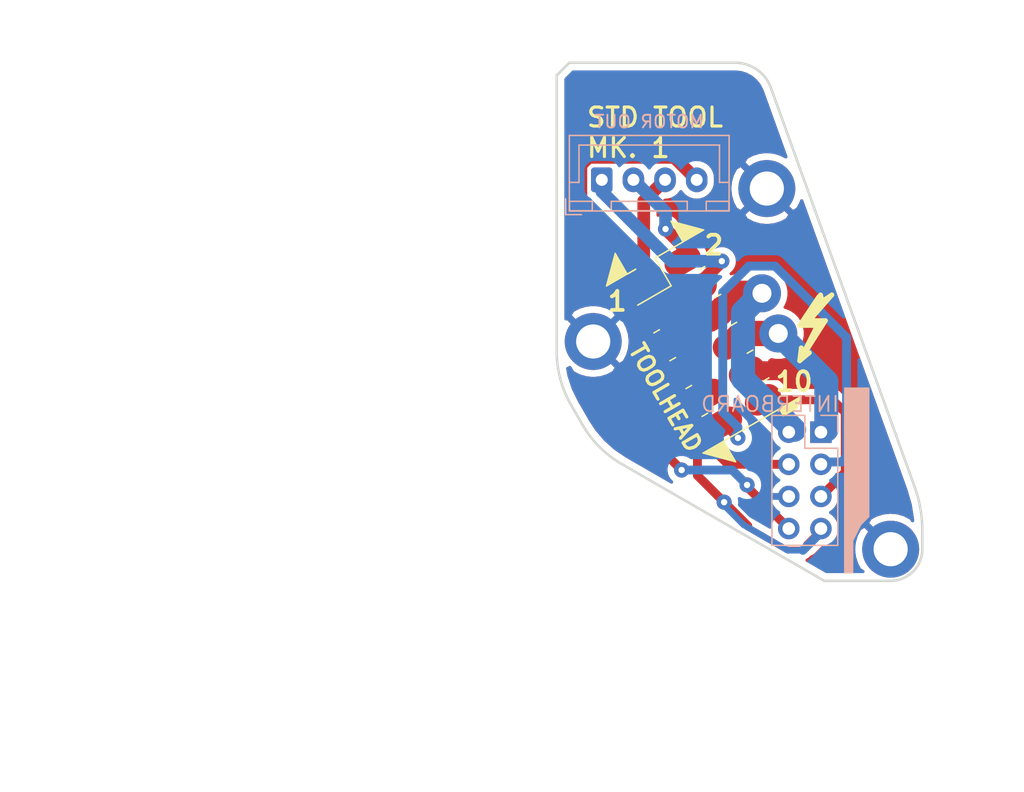
<source format=kicad_pcb>
(kicad_pcb (version 20171130) (host pcbnew "(5.1.9)-1")

  (general
    (thickness 1.6)
    (drawings 77)
    (tracks 83)
    (zones 0)
    (modules 7)
    (nets 13)
  )

  (page A4)
  (layers
    (0 F.Cu signal)
    (31 B.Cu signal)
    (32 B.Adhes user)
    (33 F.Adhes user)
    (34 B.Paste user)
    (35 F.Paste user)
    (36 B.SilkS user)
    (37 F.SilkS user)
    (38 B.Mask user)
    (39 F.Mask user)
    (40 Dwgs.User user)
    (41 Cmts.User user)
    (42 Eco1.User user)
    (43 Eco2.User user)
    (44 Edge.Cuts user)
    (45 Margin user)
    (46 B.CrtYd user)
    (47 F.CrtYd user)
    (48 B.Fab user)
    (49 F.Fab user)
  )

  (setup
    (last_trace_width 0.7)
    (user_trace_width 0.5)
    (user_trace_width 0.7)
    (user_trace_width 0.8)
    (user_trace_width 0.9)
    (user_trace_width 1)
    (user_trace_width 1.5)
    (user_trace_width 1.9)
    (user_trace_width 2)
    (user_trace_width 3)
    (user_trace_width 4)
    (trace_clearance 0.3)
    (zone_clearance 0.508)
    (zone_45_only no)
    (trace_min 0.2)
    (via_size 0.8)
    (via_drill 0.4)
    (via_min_size 0.4)
    (via_min_drill 0.3)
    (user_via 1.2 0.5)
    (user_via 3 1.5)
    (uvia_size 0.3)
    (uvia_drill 0.1)
    (uvias_allowed no)
    (uvia_min_size 0.2)
    (uvia_min_drill 0.1)
    (edge_width 0.05)
    (segment_width 0.2)
    (pcb_text_width 0.3)
    (pcb_text_size 1.5 1.5)
    (mod_edge_width 0.12)
    (mod_text_size 1 1)
    (mod_text_width 0.15)
    (pad_size 1.524 1.524)
    (pad_drill 0.762)
    (pad_to_mask_clearance 0)
    (aux_axis_origin 0 0)
    (visible_elements 7FFFFFFF)
    (pcbplotparams
      (layerselection 0x010fc_ffffffff)
      (usegerberextensions false)
      (usegerberattributes true)
      (usegerberadvancedattributes true)
      (creategerberjobfile true)
      (excludeedgelayer true)
      (linewidth 0.100000)
      (plotframeref false)
      (viasonmask false)
      (mode 1)
      (useauxorigin false)
      (hpglpennumber 1)
      (hpglpenspeed 20)
      (hpglpendiameter 15.000000)
      (psnegative false)
      (psa4output false)
      (plotreference true)
      (plotvalue true)
      (plotinvisibletext false)
      (padsonsilk false)
      (subtractmaskfromsilk false)
      (outputformat 1)
      (mirror false)
      (drillshape 1)
      (scaleselection 1)
      (outputdirectory ""))
  )

  (net 0 "")
  (net 1 /GND1_0)
  (net 2 /THERM_OUT_0)
  (net 3 /AUX0_0)
  (net 4 /V_AUX0_0)
  (net 5 /1B_0)
  (net 6 /3V3_0)
  (net 7 /GND_0)
  (net 8 /HEATER_OUT_0)
  (net 9 /24V_0)
  (net 10 /1A_0)
  (net 11 /2A_0)
  (net 12 /2B_0)

  (net_class Default "This is the default net class."
    (clearance 0.3)
    (trace_width 0.3)
    (via_dia 0.8)
    (via_drill 0.4)
    (uvia_dia 0.3)
    (uvia_drill 0.1)
    (add_net /1A_0)
    (add_net /1B_0)
    (add_net /24V_0)
    (add_net /2A_0)
    (add_net /2B_0)
    (add_net /3V3_0)
    (add_net /AUX0_0)
    (add_net /GND1_0)
    (add_net /GND_0)
    (add_net /HEATER_OUT_0)
    (add_net /THERM_OUT_0)
    (add_net /V_AUX0_0)
  )

  (module 0_Daves_Stuff:Symbol_Highvoltage_Type1_SilkTop_Small (layer F.Cu) (tedit 0) (tstamp 6004CEA0)
    (at 93.345 98.679)
    (descr "Symbol, Highvoltage, Type 1, Copper Top, Small,")
    (tags "Symbol, Highvoltage, Type 1, Copper Top, Small,")
    (attr virtual)
    (fp_text reference REF** (at 1.016 -5.207) (layer F.Fab)
      (effects (font (size 1 1) (thickness 0.15)))
    )
    (fp_text value Symbol_Highvoltage_Type1_CopperTop_Small (at 0.508 4.191) (layer F.Fab)
      (effects (font (size 1 1) (thickness 0.15)))
    )
    (fp_line (start -0.127 1.524) (end -0.254 1.016) (layer F.SilkS) (width 0.381))
    (fp_line (start 1.016 -0.762) (end -0.127 1.524) (layer F.SilkS) (width 0.381))
    (fp_line (start -0.381 -0.762) (end 1.016 -0.762) (layer F.SilkS) (width 0.381))
    (fp_line (start 1.143 -3.048) (end -0.381 -0.762) (layer F.SilkS) (width 0.381))
    (fp_line (start 1.397 -2.667) (end 1.27 -3.175) (layer F.SilkS) (width 0.381))
    (fp_line (start 2.159 -3.175) (end 1.397 -2.667) (layer F.SilkS) (width 0.381))
    (fp_line (start 0.381 -1.143) (end 2.159 -3.175) (layer F.SilkS) (width 0.381))
    (fp_line (start 1.651 -1.143) (end 0.381 -1.143) (layer F.SilkS) (width 0.381))
    (fp_line (start -0.127 1.651) (end 1.651 -1.143) (layer F.SilkS) (width 0.381))
    (fp_line (start 0.381 1.397) (end -0.127 1.651) (layer F.SilkS) (width 0.381))
    (fp_line (start -0.381 2.032) (end 0.381 1.397) (layer F.SilkS) (width 0.381))
    (fp_line (start -0.254 1.016) (end -0.381 2.032) (layer F.SilkS) (width 0.381))
    (fp_line (start 0 -0.889) (end 1.27 -0.889) (layer F.SilkS) (width 0.381))
    (fp_line (start 1.397 -2.794) (end 0 -0.889) (layer F.SilkS) (width 0.381))
  )

  (module 0c-boards:8021001230507101_HS (layer F.Cu) (tedit 600223E0) (tstamp 60049A0C)
    (at 85.351795 99.186696 300)
    (descr "802-10-012-30-507101-2 Hand Solder")
    (tags Connector)
    (path /5FFD9C8C)
    (attr smd)
    (fp_text reference J0 (at 0 -4.572 300) (layer F.Fab)
      (effects (font (size 1.27 1.27) (thickness 0.254)))
    )
    (fp_text value TOOLHEAD (at 2.356983 4.807586 300) (layer F.SilkS)
      (effects (font (size 1.27 1.27) (thickness 0.254)))
    )
    (fp_poly (pts (xy 8.255 -3.81) (xy 8.255 -2.54) (xy 7.62 -2.54) (xy 7.62 -4.445)) (layer F.SilkS) (width 0.1))
    (fp_poly (pts (xy -7.62 -2.54) (xy -9.525 -2.54) (xy -7.62 -4.445)) (layer F.SilkS) (width 0.1))
    (fp_poly (pts (xy -7.62 4.445) (xy -9.525 2.54) (xy -7.62 2.54)) (layer F.SilkS) (width 0.1))
    (fp_poly (pts (xy 7.62 4.445) (xy 7.62 2.54) (xy 9.525 2.54)) (layer F.SilkS) (width 0.1))
    (fp_line (start -7.62 1.778) (end -7.62 2.54) (layer F.SilkS) (width 0.12))
    (fp_line (start -7.62 2.54) (end -7.62 1.778) (layer F.SilkS) (width 0.12))
    (fp_line (start -5.08 0) (end -5.08 2.54) (layer F.SilkS) (width 0.12))
    (fp_line (start -7.62 0) (end -5.08 0) (layer F.SilkS) (width 0.12))
    (fp_line (start -7.62 0) (end -7.62 -2.54) (layer F.SilkS) (width 0.12))
    (fp_line (start 7.62 -2.54) (end 7.62 2.54) (layer F.SilkS) (width 0.12))
    (fp_line (start -7.62 -2.54) (end 7.62 -2.54) (layer F.Fab) (width 0.2))
    (fp_line (start 7.62 -2.54) (end 7.62 2.54) (layer F.Fab) (width 0.2))
    (fp_line (start 7.62 2.54) (end -7.62 2.54) (layer F.Fab) (width 0.2))
    (fp_line (start -7.62 2.54) (end -7.62 -2.54) (layer F.Fab) (width 0.2))
    (fp_line (start -8.62 -3.54) (end 8.62 -3.54) (layer F.CrtYd) (width 0.1))
    (fp_line (start 8.62 -3.54) (end 8.62 3.54) (layer F.CrtYd) (width 0.1))
    (fp_line (start 8.62 3.54) (end -8.62 3.54) (layer F.CrtYd) (width 0.1))
    (fp_line (start -8.62 3.54) (end -8.62 -3.54) (layer F.CrtYd) (width 0.1))
    (fp_line (start -5.08 -2.54) (end -5.08 -3.048) (layer F.SilkS) (width 0.12))
    (fp_line (start -5.08 2.54) (end -5.08 3.048) (layer F.SilkS) (width 0.12))
    (fp_line (start -2.54 -2.54) (end -2.54 -3.048) (layer F.SilkS) (width 0.12))
    (fp_line (start 0 -2.54) (end 0 -3.048) (layer F.SilkS) (width 0.12))
    (fp_line (start 2.54 -2.54) (end 2.54 -3.048) (layer F.SilkS) (width 0.12))
    (fp_line (start 5.08 -2.54) (end 5.08 -3.048) (layer F.SilkS) (width 0.12))
    (fp_line (start 5.08 2.54) (end 5.08 3.048) (layer F.SilkS) (width 0.12))
    (fp_line (start 2.54 2.54) (end 2.54 3.048) (layer F.SilkS) (width 0.12))
    (fp_line (start 0 2.54) (end 0 3.048) (layer F.SilkS) (width 0.12))
    (fp_line (start -2.54 2.54) (end -2.54 3.048) (layer F.SilkS) (width 0.12))
    (fp_text user %R (at 0 0 300) (layer F.Fab)
      (effects (font (size 1.27 1.27) (thickness 0.254)))
    )
    (pad 4 smd roundrect (at -3.81 -1.778 30) (size 3 2) (layers F.Cu F.Paste F.Mask) (roundrect_rratio 0.5)
      (net 10 /1A_0))
    (pad 6 smd roundrect (at -1.27 -1.778 30) (size 3 2) (layers F.Cu F.Paste F.Mask) (roundrect_rratio 0.5)
      (net 9 /24V_0))
    (pad 8 smd roundrect (at 1.27 -1.778 30) (size 3 2) (layers F.Cu F.Paste F.Mask) (roundrect_rratio 0.5)
      (net 8 /HEATER_OUT_0))
    (pad 10 smd roundrect (at 3.81 -1.778 30) (size 3 2) (layers F.Cu F.Paste F.Mask) (roundrect_rratio 0.5)
      (net 7 /GND_0))
    (pad 12 smd roundrect (at 6.35 -1.778 30) (size 3 2) (layers F.Cu F.Paste F.Mask) (roundrect_rratio 0.5)
      (net 6 /3V3_0))
    (pad 11 smd roundrect (at 6.35 1.778 30) (size 3 2) (layers F.Cu F.Paste F.Mask) (roundrect_rratio 0.5)
      (net 1 /GND1_0))
    (pad 9 smd roundrect (at 3.81 1.778 30) (size 3 2) (layers F.Cu F.Paste F.Mask) (roundrect_rratio 0.5)
      (net 2 /THERM_OUT_0))
    (pad 7 smd roundrect (at 1.27 1.778 30) (size 3 2) (layers F.Cu F.Paste F.Mask) (roundrect_rratio 0.5)
      (net 3 /AUX0_0))
    (pad 5 smd roundrect (at -1.27 1.778 30) (size 3 2) (layers F.Cu F.Paste F.Mask) (roundrect_rratio 0.5)
      (net 4 /V_AUX0_0))
    (pad 3 smd roundrect (at -3.81 1.778 30) (size 3 2) (layers F.Cu F.Paste F.Mask) (roundrect_rratio 0.5)
      (net 5 /1B_0))
    (pad 2 smd roundrect (at -6.35 -1.778 30) (size 3 2) (layers F.Cu F.Paste F.Mask) (roundrect_rratio 0.5)
      (net 11 /2A_0))
    (pad 1 smd roundrect (at -6.35 1.77 30) (size 3 2) (layers F.Cu F.Paste F.Mask) (roundrect_rratio 0.5)
      (net 12 /2B_0))
    (model "D:/Users/Dave/Documents/3D Printing/Cube Zero/Electronics/switcher/c-boards/c-boards.pretty/802-10-012-30-507101.step"
      (offset (xyz -6.35 1.27 0))
      (scale (xyz 1 1 1))
      (rotate (xyz 0 0 0))
    )
  )

  (module Connector_JST:JST_XH_B4B-XH-A_1x04_P2.50mm_Vertical (layer B.Cu) (tedit 5C28146C) (tstamp 5FFDFDDD)
    (at 77.329001 86.407583)
    (descr "JST XH series connector, B4B-XH-A (http://www.jst-mfg.com/product/pdf/eng/eXH.pdf), generated with kicad-footprint-generator")
    (tags "connector JST XH vertical")
    (path /600D071F)
    (fp_text reference J1 (at 3.75 3.55) (layer B.Fab)
      (effects (font (size 1 1) (thickness 0.15)) (justify mirror))
    )
    (fp_text value "MOTOR OUT" (at 3.75 -4.6) (layer B.SilkS)
      (effects (font (size 1 1) (thickness 0.15)) (justify mirror))
    )
    (fp_line (start -2.45 2.35) (end -2.45 -3.4) (layer B.Fab) (width 0.1))
    (fp_line (start -2.45 -3.4) (end 9.95 -3.4) (layer B.Fab) (width 0.1))
    (fp_line (start 9.95 -3.4) (end 9.95 2.35) (layer B.Fab) (width 0.1))
    (fp_line (start 9.95 2.35) (end -2.45 2.35) (layer B.Fab) (width 0.1))
    (fp_line (start -2.56 2.46) (end -2.56 -3.51) (layer B.SilkS) (width 0.12))
    (fp_line (start -2.56 -3.51) (end 10.06 -3.51) (layer B.SilkS) (width 0.12))
    (fp_line (start 10.06 -3.51) (end 10.06 2.46) (layer B.SilkS) (width 0.12))
    (fp_line (start 10.06 2.46) (end -2.56 2.46) (layer B.SilkS) (width 0.12))
    (fp_line (start -2.95 2.85) (end -2.95 -3.9) (layer B.CrtYd) (width 0.05))
    (fp_line (start -2.95 -3.9) (end 10.45 -3.9) (layer B.CrtYd) (width 0.05))
    (fp_line (start 10.45 -3.9) (end 10.45 2.85) (layer B.CrtYd) (width 0.05))
    (fp_line (start 10.45 2.85) (end -2.95 2.85) (layer B.CrtYd) (width 0.05))
    (fp_line (start -0.625 2.35) (end 0 1.35) (layer B.Fab) (width 0.1))
    (fp_line (start 0 1.35) (end 0.625 2.35) (layer B.Fab) (width 0.1))
    (fp_line (start 0.75 2.45) (end 0.75 1.7) (layer B.SilkS) (width 0.12))
    (fp_line (start 0.75 1.7) (end 6.75 1.7) (layer B.SilkS) (width 0.12))
    (fp_line (start 6.75 1.7) (end 6.75 2.45) (layer B.SilkS) (width 0.12))
    (fp_line (start 6.75 2.45) (end 0.75 2.45) (layer B.SilkS) (width 0.12))
    (fp_line (start -2.55 2.45) (end -2.55 1.7) (layer B.SilkS) (width 0.12))
    (fp_line (start -2.55 1.7) (end -0.75 1.7) (layer B.SilkS) (width 0.12))
    (fp_line (start -0.75 1.7) (end -0.75 2.45) (layer B.SilkS) (width 0.12))
    (fp_line (start -0.75 2.45) (end -2.55 2.45) (layer B.SilkS) (width 0.12))
    (fp_line (start 8.25 2.45) (end 8.25 1.7) (layer B.SilkS) (width 0.12))
    (fp_line (start 8.25 1.7) (end 10.05 1.7) (layer B.SilkS) (width 0.12))
    (fp_line (start 10.05 1.7) (end 10.05 2.45) (layer B.SilkS) (width 0.12))
    (fp_line (start 10.05 2.45) (end 8.25 2.45) (layer B.SilkS) (width 0.12))
    (fp_line (start -2.55 0.2) (end -1.8 0.2) (layer B.SilkS) (width 0.12))
    (fp_line (start -1.8 0.2) (end -1.8 -2.75) (layer B.SilkS) (width 0.12))
    (fp_line (start -1.8 -2.75) (end 3.75 -2.75) (layer B.SilkS) (width 0.12))
    (fp_line (start 10.05 0.2) (end 9.3 0.2) (layer B.SilkS) (width 0.12))
    (fp_line (start 9.3 0.2) (end 9.3 -2.75) (layer B.SilkS) (width 0.12))
    (fp_line (start 9.3 -2.75) (end 3.75 -2.75) (layer B.SilkS) (width 0.12))
    (fp_line (start -1.6 2.75) (end -2.85 2.75) (layer B.SilkS) (width 0.12))
    (fp_line (start -2.85 2.75) (end -2.85 1.5) (layer B.SilkS) (width 0.12))
    (fp_text user %R (at 3.75 -2.7) (layer B.Fab)
      (effects (font (size 1 1) (thickness 0.15)) (justify mirror))
    )
    (pad 4 thru_hole oval (at 7.5 0) (size 1.7 1.95) (drill 0.95) (layers *.Cu *.Mask)
      (net 5 /1B_0))
    (pad 3 thru_hole oval (at 5 0) (size 1.7 1.95) (drill 0.95) (layers *.Cu *.Mask)
      (net 12 /2B_0))
    (pad 2 thru_hole oval (at 2.5 0) (size 1.7 1.95) (drill 0.95) (layers *.Cu *.Mask)
      (net 11 /2A_0))
    (pad 1 thru_hole roundrect (at 0 0) (size 1.7 1.95) (drill 0.95) (layers *.Cu *.Mask) (roundrect_rratio 0.147059)
      (net 10 /1A_0))
    (model ${KISYS3DMOD}/Connector_JST.3dshapes/JST_XH_B4B-XH-A_1x04_P2.50mm_Vertical.wrl
      (at (xyz 0 0 0))
      (scale (xyz 1 1 1))
      (rotate (xyz 0 0 0))
    )
  )

  (module Connector_PinHeader_2.54mm:PinHeader_2x04_P2.54mm_Vertical (layer B.Cu) (tedit 59FED5CC) (tstamp 6002294E)
    (at 94.642991 106.355351 180)
    (descr "Through hole straight pin header, 2x04, 2.54mm pitch, double rows")
    (tags "Through hole pin header THT 2x04 2.54mm double row")
    (path /600DF752)
    (fp_text reference J2 (at 1.27 2.33) (layer B.Fab)
      (effects (font (size 1 1) (thickness 0.15)) (justify mirror))
    )
    (fp_text value "INTERBOARD " (at 4.472991 2.215351) (layer B.SilkS)
      (effects (font (size 1.2 1.2) (thickness 0.15)) (justify mirror))
    )
    (fp_line (start 4.35 1.8) (end -1.8 1.8) (layer B.CrtYd) (width 0.05))
    (fp_line (start 4.35 -9.4) (end 4.35 1.8) (layer B.CrtYd) (width 0.05))
    (fp_line (start -1.8 -9.4) (end 4.35 -9.4) (layer B.CrtYd) (width 0.05))
    (fp_line (start -1.8 1.8) (end -1.8 -9.4) (layer B.CrtYd) (width 0.05))
    (fp_line (start -1.33 1.33) (end 0 1.33) (layer B.SilkS) (width 0.12))
    (fp_line (start -1.33 0) (end -1.33 1.33) (layer B.SilkS) (width 0.12))
    (fp_line (start 1.27 1.33) (end 3.87 1.33) (layer B.SilkS) (width 0.12))
    (fp_line (start 1.27 -1.27) (end 1.27 1.33) (layer B.SilkS) (width 0.12))
    (fp_line (start -1.33 -1.27) (end 1.27 -1.27) (layer B.SilkS) (width 0.12))
    (fp_line (start 3.87 1.33) (end 3.87 -8.95) (layer B.SilkS) (width 0.12))
    (fp_line (start -1.33 -1.27) (end -1.33 -8.95) (layer B.SilkS) (width 0.12))
    (fp_line (start -1.33 -8.95) (end 3.87 -8.95) (layer B.SilkS) (width 0.12))
    (fp_line (start -1.27 0) (end 0 1.27) (layer B.Fab) (width 0.1))
    (fp_line (start -1.27 -8.89) (end -1.27 0) (layer B.Fab) (width 0.1))
    (fp_line (start 3.81 -8.89) (end -1.27 -8.89) (layer B.Fab) (width 0.1))
    (fp_line (start 3.81 1.27) (end 3.81 -8.89) (layer B.Fab) (width 0.1))
    (fp_line (start 0 1.27) (end 3.81 1.27) (layer B.Fab) (width 0.1))
    (fp_text user %R (at 1.27 -3.81 270) (layer B.Fab)
      (effects (font (size 1 1) (thickness 0.15)) (justify mirror))
    )
    (pad 8 thru_hole oval (at 2.54 -7.62 180) (size 1.7 1.7) (drill 1) (layers *.Cu *.Mask)
      (net 4 /V_AUX0_0))
    (pad 7 thru_hole oval (at 0 -7.62 180) (size 1.7 1.7) (drill 1) (layers *.Cu *.Mask)
      (net 3 /AUX0_0))
    (pad 6 thru_hole oval (at 2.54 -5.08 180) (size 1.7 1.7) (drill 1) (layers *.Cu *.Mask)
      (net 7 /GND_0))
    (pad 5 thru_hole oval (at 0 -5.08 180) (size 1.7 1.7) (drill 1) (layers *.Cu *.Mask)
      (net 6 /3V3_0))
    (pad 4 thru_hole oval (at 2.54 -2.54 180) (size 1.7 1.7) (drill 1) (layers *.Cu *.Mask)
      (net 2 /THERM_OUT_0))
    (pad 3 thru_hole oval (at 0 -2.54 180) (size 1.7 1.7) (drill 1) (layers *.Cu *.Mask)
      (net 1 /GND1_0))
    (pad 2 thru_hole oval (at 2.54 0 180) (size 1.7 1.7) (drill 1) (layers *.Cu *.Mask)
      (net 9 /24V_0))
    (pad 1 thru_hole rect (at 0 0 180) (size 1.7 1.7) (drill 1) (layers *.Cu *.Mask)
      (net 8 /HEATER_OUT_0))
    (model ${KISYS3DMOD}/Connector_PinHeader_2.54mm.3dshapes/PinHeader_2x04_P2.54mm_Vertical.wrl
      (at (xyz 0 0 0))
      (scale (xyz 1 1 1))
      (rotate (xyz 0 0 0))
    )
  )

  (module MountingHole:MountingHole_2.7mm_M2.5_ISO7380_Pad_TopBottom (layer F.Cu) (tedit 56D1B4CB) (tstamp 5FFE24A7)
    (at 76.651795 99.186696)
    (descr "Mounting Hole 2.7mm, M2.5, ISO7380")
    (tags "mounting hole 2.7mm m2.5 iso7380")
    (path /5FFF275A)
    (attr virtual)
    (fp_text reference H2 (at 0 -3.25) (layer F.Fab)
      (effects (font (size 1 1) (thickness 0.15)))
    )
    (fp_text value MountingHole_Pad (at 0 3.25) (layer F.Fab)
      (effects (font (size 1 1) (thickness 0.15)))
    )
    (fp_circle (center 0 0) (end 2.5 0) (layer F.CrtYd) (width 0.05))
    (fp_circle (center 0 0) (end 2.25 0) (layer Cmts.User) (width 0.15))
    (fp_text user %R (at 0.3 0) (layer F.Fab)
      (effects (font (size 1 1) (thickness 0.15)))
    )
    (pad 1 connect circle (at 0 0) (size 4.5 4.5) (layers B.Cu B.Mask)
      (net 7 /GND_0))
    (pad 1 connect circle (at 0 0) (size 4.5 4.5) (layers F.Cu F.Mask)
      (net 7 /GND_0))
    (pad 1 thru_hole circle (at 0 0) (size 3.1 3.1) (drill 2.7) (layers *.Cu *.Mask)
      (net 7 /GND_0))
  )

  (module MountingHole:MountingHole_2.7mm_M2.5_ISO7380_Pad_TopBottom (layer F.Cu) (tedit 56D1B4CB) (tstamp 5FFE249D)
    (at 100.150856 115.606793)
    (descr "Mounting Hole 2.7mm, M2.5, ISO7380")
    (tags "mounting hole 2.7mm m2.5 iso7380")
    (path /5FFF248E)
    (attr virtual)
    (fp_text reference H1 (at 0 -3.25) (layer F.Fab)
      (effects (font (size 1 1) (thickness 0.15)))
    )
    (fp_text value MountingHole_Pad (at 0 3.25) (layer F.Fab)
      (effects (font (size 1 1) (thickness 0.15)))
    )
    (fp_circle (center 0 0) (end 2.5 0) (layer F.CrtYd) (width 0.05))
    (fp_circle (center 0 0) (end 2.25 0) (layer Cmts.User) (width 0.15))
    (fp_text user %R (at 0.3 0) (layer F.Fab)
      (effects (font (size 1 1) (thickness 0.15)))
    )
    (pad 1 connect circle (at 0 0) (size 4.5 4.5) (layers B.Cu B.Mask)
      (net 7 /GND_0))
    (pad 1 connect circle (at 0 0) (size 4.5 4.5) (layers F.Cu F.Mask)
      (net 7 /GND_0))
    (pad 1 thru_hole circle (at 0 0) (size 3.1 3.1) (drill 2.7) (layers *.Cu *.Mask)
      (net 7 /GND_0))
  )

  (module MountingHole:MountingHole_2.7mm_M2.5_ISO7380_Pad_TopBottom (layer F.Cu) (tedit 56D1B4CB) (tstamp 5FFE2493)
    (at 90.368062 87.095974)
    (descr "Mounting Hole 2.7mm, M2.5, ISO7380")
    (tags "mounting hole 2.7mm m2.5 iso7380")
    (path /5FFF1E52)
    (attr virtual)
    (fp_text reference H0 (at 0 -3.25) (layer F.Fab)
      (effects (font (size 1 1) (thickness 0.15)))
    )
    (fp_text value MountingHole_Pad (at 0 3.25) (layer F.Fab)
      (effects (font (size 1 1) (thickness 0.15)))
    )
    (fp_circle (center 0 0) (end 2.5 0) (layer F.CrtYd) (width 0.05))
    (fp_circle (center 0 0) (end 2.25 0) (layer Cmts.User) (width 0.15))
    (fp_text user %R (at 0.3 0) (layer F.Fab)
      (effects (font (size 1 1) (thickness 0.15)))
    )
    (pad 1 connect circle (at 0 0) (size 4.5 4.5) (layers B.Cu B.Mask)
      (net 7 /GND_0))
    (pad 1 connect circle (at 0 0) (size 4.5 4.5) (layers F.Cu F.Mask)
      (net 7 /GND_0))
    (pad 1 thru_hole circle (at 0 0) (size 3.1 3.1) (drill 2.7) (layers *.Cu *.Mask)
      (net 7 /GND_0))
  )

  (gr_text "CUBE ZERO" (at 89.056429 79.375) (layer B.Mask) (tstamp 6004D546)
    (effects (font (size 1.5 1.5) (thickness 0.25)) (justify left mirror))
  )
  (gr_poly (pts (xy 98.425 113.03) (xy 97.79 113.665) (xy 97.155 114.935) (xy 97.155 117.475) (xy 96.52 117.475) (xy 96.52 102.87) (xy 98.425 102.87)) (layer B.SilkS) (width 0.1))
  (gr_circle (center 94.642991 106.355351) (end 95.123 106.68) (layer Dwgs.User) (width 0.15))
  (gr_line (start 93.372991 107.625351) (end 95.912991 107.625351) (layer Dwgs.User) (width 0.2))
  (gr_line (start 85.350856 99.219612) (end 76.650856 99.219612) (layer Dwgs.User) (width 0.2))
  (gr_line (start 90.832991 115.245351) (end 90.832991 105.085351) (layer Dwgs.User) (width 0.2))
  (gr_line (start 90.832991 105.085351) (end 95.912991 105.085351) (layer Dwgs.User) (width 0.2))
  (gr_line (start 87.55056 97.949612) (end 83.151151 100.489612) (layer Dwgs.User) (width 0.2))
  (gr_arc (start 83.168216 101.519169) (end 74.507962 106.519169) (angle -30) (layer Dwgs.User) (width 0.2))
  (gr_circle (center 100.150856 115.606793) (end 101.500856 115.606793) (layer Dwgs.User) (width 0.2))
  (gr_line (start 84.958061 86.440499) (end 84.958062 88.850499) (layer Dwgs.User) (width 0.2))
  (gr_line (start 93.372991 105.085351) (end 93.372991 107.625351) (layer Dwgs.User) (width 0.2))
  (gr_line (start 85.350856 99.219612) (end 90.518482 108.170203) (layer Dwgs.User) (width 0.2))
  (gr_circle (center 76.650856 99.219612) (end 78.000856 99.219612) (layer Dwgs.User) (width 0.2))
  (gr_circle (center 90.368062 87.095974) (end 91.718062 87.095974) (layer Dwgs.User) (width 0.2))
  (gr_line (start 78.168216 110.179423) (end 94.148824 119.405831) (layer Dwgs.User) (width 0.2))
  (gr_line (start 93.372991 105.085351) (end 94.642991 106.355351) (layer Dwgs.User) (width 0.2))
  (gr_line (start 95.912991 115.245351) (end 90.832991 115.245351) (layer Dwgs.User) (width 0.2))
  (gr_line (start 87.368061 86.440499) (end 84.958061 86.440499) (layer Dwgs.User) (width 0.2))
  (gr_line (start 95.912991 105.085351) (end 95.912991 115.245351) (layer Dwgs.User) (width 0.2))
  (gr_line (start 81.076004 94.355351) (end 80.642991 94.605351) (layer Dwgs.User) (width 0.2))
  (gr_line (start 77.328061 86.440499) (end 74.768061 86.440499) (layer Dwgs.User) (width 0.2))
  (gr_line (start 95.912991 105.085351) (end 93.372991 107.625351) (layer Dwgs.User) (width 0.2))
  (gr_line (start 93.372991 105.085351) (end 92.102991 106.355351) (layer Dwgs.User) (width 0.2))
  (gr_line (start 93.372991 107.625351) (end 90.832991 105.085351) (layer Dwgs.User) (width 0.2))
  (gr_line (start 77.328061 88.850499) (end 77.328061 86.440499) (layer Dwgs.User) (width 0.2))
  (gr_circle (center 90.048824 126.507239) (end 98.248824 126.507239) (layer Dwgs.User) (width 0.2))
  (gr_line (start 81.540856 92.620499) (end 81.076004 94.355351) (layer Dwgs.User) (width 0.2))
  (gr_line (start 82.810856 94.820203) (end 79.341151 93.890499) (layer Dwgs.User) (width 0.2))
  (gr_arc (start 90.048824 126.507239) (end 90.048824 134.707239) (angle -150) (layer Dwgs.User) (width 0.2))
  (gr_line (start 102.05989 110.720043) (end 90.690772 79.134474) (layer Edge.Cuts) (width 0.2))
  (gr_circle (center 64.068062 81.507239) (end 69.268061 81.507239) (layer Dwgs.User) (width 0.2))
  (gr_arc (start 92.650856 114.106793) (end 102.650856 114.106793) (angle -19.8) (layer Edge.Cuts) (width 0.2))
  (gr_line (start 102.650856 115.606793) (end 102.650856 114.106793) (layer Edge.Cuts) (width 0.2))
  (gr_line (start 73.607807 104.960056) (end 74.507962 106.519169) (layer Dwgs.User) (width 0.2))
  (gr_line (start 73.607807 104.960056) (end 74.507962 106.519169) (layer Dwgs.User) (width 0.2))
  (gr_arc (start 82.268062 99.960056) (end 72.268062 99.960056) (angle -30) (layer Dwgs.User) (width 0.2))
  (gr_line (start 82.810856 94.820203) (end 83.74056 91.350499) (layer Dwgs.User) (width 0.2))
  (gr_line (start 94.898824 118.106793) (end 100.150856 118.106793) (layer Edge.Cuts) (width 0.2))
  (gr_line (start 73.768061 78.150499) (end 73.768061 81.507239) (layer Edge.Cuts) (width 0.2))
  (gr_line (start 74.768061 88.850499) (end 74.768061 77.150499) (layer Dwgs.User) (width 0.2))
  (gr_line (start 74.768061 77.150499) (end 87.368061 77.150499) (layer Dwgs.User) (width 0.2))
  (gr_line (start 86.961151 107.088726) (end 79.341151 93.890499) (layer Dwgs.User) (width 0.2))
  (gr_line (start 79.341151 93.890499) (end 83.74056 91.350499) (layer Dwgs.User) (width 0.2))
  (gr_circle (center 38.0873 126.507239) (end 43.2873 126.507239) (layer Dwgs.User) (width 0.2))
  (gr_circle (center 90.048824 126.507239) (end 95.248824 126.507239) (layer Dwgs.User) (width 0.2))
  (gr_line (start 87.868061 77.150499) (end 74.768061 77.150499) (layer Edge.Cuts) (width 0.2))
  (gr_arc (start 82.268061 99.960056) (end 73.768062 99.960056) (angle -30) (layer Edge.Cuts) (width 0.2))
  (gr_arc (start 87.868062 80.150499) (end 90.690772 79.134474) (angle -70.2) (layer Edge.Cuts) (width 0.2))
  (gr_arc (start 100.150856 115.606793) (end 100.150856 118.106793) (angle -90) (layer Edge.Cuts) (width 0.2))
  (gr_line (start 72.268061 81.507239) (end 72.268062 99.960056) (layer Dwgs.User) (width 0.2))
  (gr_line (start 78.918216 108.880385) (end 94.898824 118.106793) (layer Edge.Cuts) (width 0.2))
  (gr_line (start 81.540856 92.620499) (end 82.810856 94.820203) (layer Dwgs.User) (width 0.2))
  (gr_line (start 91.36056 104.548726) (end 86.961151 107.088726) (layer Dwgs.User) (width 0.2))
  (gr_line (start 74.906846 104.210056) (end 75.807 105.769169) (layer Edge.Cuts) (width 0.2))
  (gr_line (start 73.768061 81.507239) (end 73.768062 99.960056) (layer Edge.Cuts) (width 0.2))
  (gr_line (start 74.768061 77.150499) (end 73.768061 78.150499) (layer Edge.Cuts) (width 0.2))
  (gr_line (start 81.540856 92.620499) (end 83.275708 93.085351) (layer Dwgs.User) (width 0.2))
  (gr_line (start 83.74056 91.350499) (end 91.36056 104.548726) (layer Dwgs.User) (width 0.2))
  (gr_line (start 87.368061 77.150499) (end 87.368061 88.850499) (layer Dwgs.User) (width 0.2))
  (gr_arc (start 64.068062 81.507239) (end 72.268061 81.507239) (angle -150) (layer Dwgs.User) (width 0.2))
  (gr_line (start 90.048824 134.707239) (end 38.0873 134.707239) (layer Dwgs.User) (width 0.2))
  (gr_circle (center 90.048824 126.507239) (end 95.248824 126.507239) (layer Dwgs.User) (width 0.2))
  (gr_line (start 72.268061 81.507239) (end 72.268062 99.960056) (layer Dwgs.User) (width 0.2))
  (gr_line (start 30.985892 122.40724) (end 56.966654 77.407239) (layer Dwgs.User) (width 0.2))
  (gr_arc (start 90.048824 126.507239) (end 90.048824 134.707239) (angle -150) (layer Dwgs.User) (width 0.2))
  (gr_line (start 78.168216 110.179423) (end 94.148824 119.405831) (layer Dwgs.User) (width 0.2))
  (gr_arc (start 83.168216 101.519169) (end 74.507962 106.519169) (angle -30) (layer Dwgs.User) (width 0.2))
  (gr_arc (start 82.268061 99.960056) (end 72.268062 99.960056) (angle -30) (layer Dwgs.User) (width 0.2))
  (gr_line (start 87.368061 88.850499) (end 74.768061 88.850499) (layer Dwgs.User) (width 0.2))
  (gr_arc (start 83.168216 101.519169) (end 75.807 105.769169) (angle -30) (layer Edge.Cuts) (width 0.2))
  (gr_arc (start 38.0873 126.50724) (end 30.985892 122.40724) (angle -120) (layer Dwgs.User) (width 0.2))
  (gr_text "STD TOOL\nMK. 1" (at 76.016795 82.676696) (layer F.SilkS) (tstamp 600292EE)
    (effects (font (size 1.5 1.5) (thickness 0.25)) (justify left))
  )
  (gr_text "CUBE ZERO" (at 76.016795 78.866696) (layer F.Mask)
    (effects (font (size 1.5 1.5) (thickness 0.25)) (justify left))
  )
  (gr_text 10 (at 92.526795 102.361696) (layer F.SilkS) (tstamp 600291A8)
    (effects (font (size 1.5 1.5) (thickness 0.3)))
  )
  (gr_text 2 (at 86.176795 91.566696) (layer F.SilkS) (tstamp 600291A5)
    (effects (font (size 1.5 1.5) (thickness 0.3)))
  )
  (gr_text 1 (at 78.556795 96.011696) (layer F.SilkS)
    (effects (font (size 1.5 1.5) (thickness 0.3)))
  )

  (via (at 88.081795 106.806696) (size 1.2) (drill 0.5) (layers F.Cu B.Cu) (net 1))
  (segment (start 86.987002 105.711903) (end 88.081795 106.806696) (width 0.7) (layer F.Cu) (net 1))
  (segment (start 86.987002 105.574957) (end 86.987002 105.711903) (width 0.7) (layer F.Cu) (net 1))
  (segment (start 96.268876 108.711696) (end 95.066795 108.711696) (width 0.7) (layer B.Cu) (net 1))
  (segment (start 96.666805 98.874704) (end 96.666805 108.313767) (width 0.7) (layer B.Cu) (net 1))
  (segment (start 91.018796 93.226695) (end 96.666805 98.874704) (width 0.7) (layer B.Cu) (net 1))
  (segment (start 88.954794 93.226695) (end 91.018796 93.226695) (width 0.7) (layer B.Cu) (net 1))
  (segment (start 86.886786 95.294703) (end 88.954794 93.226695) (width 0.7) (layer B.Cu) (net 1))
  (segment (start 96.666805 108.313767) (end 96.268876 108.711696) (width 0.7) (layer B.Cu) (net 1))
  (segment (start 86.886786 104.763159) (end 86.886786 95.294703) (width 0.7) (layer B.Cu) (net 1))
  (segment (start 88.081795 105.958168) (end 86.886786 104.763159) (width 0.7) (layer B.Cu) (net 1))
  (segment (start 88.081795 106.806696) (end 88.081795 105.958168) (width 0.7) (layer B.Cu) (net 1))
  (segment (start 87.293943 108.895351) (end 92.102991 108.895351) (width 0.7) (layer F.Cu) (net 2))
  (segment (start 84.906495 106.507903) (end 87.293943 108.895351) (width 0.7) (layer F.Cu) (net 2))
  (segment (start 84.906495 105.142539) (end 84.906495 106.507903) (width 0.7) (layer F.Cu) (net 2))
  (segment (start 85.717002 104.332032) (end 84.906495 105.142539) (width 0.7) (layer F.Cu) (net 2))
  (segment (start 85.717002 103.375253) (end 85.717002 104.332032) (width 0.7) (layer F.Cu) (net 2))
  (segment (start 84.447002 101.175548) (end 83.835952 101.175548) (width 1) (layer F.Cu) (net 3))
  (segment (start 93.566794 115.291697) (end 95.066795 113.791696) (width 0.7) (layer F.Cu) (net 3))
  (segment (start 83.636495 102.942835) (end 83.636495 107.121398) (width 0.7) (layer F.Cu) (net 3))
  (segment (start 84.447002 102.132328) (end 83.636495 102.942835) (width 0.7) (layer F.Cu) (net 3))
  (segment (start 84.447002 101.175548) (end 84.447002 102.132328) (width 0.7) (layer F.Cu) (net 3))
  (segment (start 84.886796 108.371699) (end 84.886796 109.778796) (width 0.7) (layer F.Cu) (net 3))
  (segment (start 83.636495 107.121398) (end 84.886796 108.371699) (width 0.7) (layer F.Cu) (net 3))
  (segment (start 88.865301 113.757301) (end 88.865301 113.87277) (width 0.5) (layer F.Cu) (net 3))
  (segment (start 88.865301 113.87277) (end 91.967239 115.663675) (width 0.5) (layer F.Cu) (net 3))
  (segment (start 93.194816 115.663675) (end 93.566794 115.291697) (width 0.5) (layer F.Cu) (net 3))
  (segment (start 91.967239 115.663675) (end 93.194816 115.663675) (width 0.5) (layer F.Cu) (net 3))
  (via (at 86.995 111.887) (size 1.2) (drill 0.5) (layers F.Cu B.Cu) (net 3))
  (segment (start 84.886796 109.778796) (end 86.995 111.887) (width 0.7) (layer F.Cu) (net 3))
  (segment (start 86.995 111.887) (end 88.865301 113.757301) (width 0.7) (layer F.Cu) (net 3))
  (segment (start 86.995 112.141) (end 88.537534 113.683534) (width 0.5) (layer B.Cu) (net 3))
  (segment (start 86.995 111.887) (end 86.995 112.141) (width 0.5) (layer B.Cu) (net 3))
  (segment (start 88.537534 113.683534) (end 91.871989 115.608682) (width 0.5) (layer B.Cu) (net 3))
  (segment (start 91.871989 115.608682) (end 92.024959 115.697) (width 0.5) (layer B.Cu) (net 3))
  (segment (start 92.024959 115.697) (end 93.218 115.697) (width 0.5) (layer B.Cu) (net 3))
  (segment (start 94.642991 114.272009) (end 94.642991 113.975351) (width 0.7) (layer B.Cu) (net 3))
  (segment (start 93.218 115.697) (end 94.642991 114.272009) (width 0.7) (layer B.Cu) (net 3))
  (via (at 83.636795 109.346696) (size 1.2) (drill 0.5) (layers F.Cu B.Cu) (net 4))
  (segment (start 82.366495 108.076396) (end 83.636795 109.346696) (width 0.7) (layer F.Cu) (net 4))
  (segment (start 82.366495 99.786351) (end 82.366495 108.076396) (width 0.7) (layer F.Cu) (net 4))
  (segment (start 83.177002 98.975844) (end 82.366495 99.786351) (width 0.7) (layer F.Cu) (net 4))
  (via (at 88.808178 110.525313) (size 1.2) (drill 0.5) (layers F.Cu B.Cu) (net 4))
  (segment (start 87.629561 109.346696) (end 88.808178 110.525313) (width 0.7) (layer B.Cu) (net 4))
  (segment (start 83.636795 109.346696) (end 87.629561 109.346696) (width 0.7) (layer B.Cu) (net 4))
  (segment (start 88.808178 110.680538) (end 92.102991 113.975351) (width 0.7) (layer F.Cu) (net 4))
  (segment (start 88.808178 110.525313) (end 88.808178 110.680538) (width 0.7) (layer F.Cu) (net 4))
  (segment (start 83.053991 84.632573) (end 84.829001 86.407583) (width 1) (layer F.Cu) (net 5))
  (segment (start 76.294069 84.632573) (end 83.053991 84.632573) (width 1) (layer F.Cu) (net 5))
  (segment (start 75.678991 85.247651) (end 76.294069 84.632573) (width 1) (layer F.Cu) (net 5))
  (segment (start 79.622049 96.776139) (end 75.678991 92.833081) (width 1) (layer F.Cu) (net 5))
  (segment (start 75.678991 92.833081) (end 75.678991 85.247651) (width 1) (layer F.Cu) (net 5))
  (segment (start 81.907002 96.776139) (end 79.622049 96.776139) (width 1) (layer F.Cu) (net 5))
  (segment (start 95.562058 103.796957) (end 96.566796 104.801695) (width 0.7) (layer F.Cu) (net 6))
  (segment (start 90.066588 103.796957) (end 95.562058 103.796957) (width 0.7) (layer F.Cu) (net 6))
  (segment (start 96.566796 109.511546) (end 94.642991 111.435351) (width 0.7) (layer F.Cu) (net 6))
  (segment (start 96.566796 104.801695) (end 96.566796 109.511546) (width 0.7) (layer F.Cu) (net 6))
  (segment (start 88.894754 101.499087) (end 92.934186 101.499087) (width 1.5) (layer F.Cu) (net 7))
  (segment (start 88.796588 101.597253) (end 88.894754 101.499087) (width 1.5) (layer F.Cu) (net 7))
  (via (at 91.272721 98.551696) (size 3) (drill 1.5) (layers F.Cu B.Cu) (net 8))
  (segment (start 88.37244 98.551696) (end 91.272721 98.551696) (width 2) (layer F.Cu) (net 8))
  (segment (start 87.526588 99.397548) (end 88.37244 98.551696) (width 2) (layer F.Cu) (net 8))
  (segment (start 95.066795 102.34577) (end 95.066795 106.171696) (width 1.9) (layer B.Cu) (net 8))
  (segment (start 91.272721 98.551696) (end 95.066795 102.34577) (width 1.9) (layer B.Cu) (net 8))
  (via (at 89.986795 95.376696) (size 3) (drill 1.5) (layers F.Cu B.Cu) (net 9))
  (segment (start 88.077736 95.376696) (end 86.256588 97.197844) (width 2) (layer F.Cu) (net 9))
  (segment (start 89.986795 95.376696) (end 88.077736 95.376696) (width 2) (layer F.Cu) (net 9))
  (segment (start 88.486796 102.131697) (end 92.526795 106.171696) (width 1.9) (layer B.Cu) (net 9))
  (segment (start 88.486796 96.876695) (end 88.486796 102.131697) (width 1.9) (layer B.Cu) (net 9))
  (segment (start 89.986795 95.376696) (end 88.486796 96.876695) (width 1.9) (layer B.Cu) (net 9))
  (via (at 86.811795 92.836696) (size 1.2) (drill 0.5) (layers F.Cu B.Cu) (net 10))
  (segment (start 84.986588 94.661903) (end 86.811795 92.836696) (width 1) (layer F.Cu) (net 10))
  (segment (start 84.986588 94.998139) (end 84.986588 94.661903) (width 1) (layer F.Cu) (net 10))
  (segment (start 77.329001 87.330904) (end 77.329001 86.407583) (width 1) (layer B.Cu) (net 10))
  (segment (start 82.834793 92.836696) (end 77.329001 87.330904) (width 1) (layer B.Cu) (net 10))
  (segment (start 86.811795 92.836696) (end 82.834793 92.836696) (width 1) (layer B.Cu) (net 10))
  (segment (start 83.716588 91.646489) (end 82.366795 90.296696) (width 1) (layer F.Cu) (net 11))
  (via (at 82.366795 90.296696) (size 1.2) (drill 0.5) (layers F.Cu B.Cu) (net 11))
  (segment (start 83.716588 92.798435) (end 83.716588 91.646489) (width 1) (layer F.Cu) (net 11))
  (segment (start 82.366795 88.945377) (end 79.829001 86.407583) (width 1) (layer B.Cu) (net 11))
  (segment (start 82.366795 90.296696) (end 82.366795 88.945377) (width 1) (layer B.Cu) (net 11))
  (segment (start 80.64393 88.092654) (end 82.329001 86.407583) (width 1) (layer F.Cu) (net 12))
  (segment (start 80.64393 94.572435) (end 80.64393 88.092654) (width 1) (layer F.Cu) (net 12))

  (zone (net 7) (net_name /GND_0) (layer B.Cu) (tstamp 0) (hatch edge 0.508)
    (connect_pads (clearance 0.508))
    (min_thickness 0.254)
    (fill yes (arc_segments 32) (thermal_gap 0.54) (thermal_bridge_width 0.54))
    (polygon
      (pts
        (xy 94.4695 72.8255) (xy 109.7095 118.9265) (xy 99.9305 123.308) (xy 70.276 108.7665) (xy 70.657 72.1905)
      )
    )
    (filled_polygon
      (pts
        (xy 101.36029 110.946646) (xy 101.691307 112.086015) (xy 101.874197 113.240738) (xy 101.879587 113.355031) (xy 101.755981 113.154242)
        (xy 101.24667 112.888223) (xy 100.695248 112.726676) (xy 100.122904 112.675811) (xy 99.551635 112.737583) (xy 99.003394 112.909616)
        (xy 98.545731 113.154242) (xy 98.299889 113.553593) (xy 100.150856 115.40456) (xy 100.164998 115.390418) (xy 100.367231 115.592651)
        (xy 100.353089 115.606793) (xy 100.367231 115.620935) (xy 100.164998 115.823168) (xy 100.150856 115.809026) (xy 100.136714 115.823168)
        (xy 99.934481 115.620935) (xy 99.948623 115.606793) (xy 98.097656 113.755826) (xy 97.698305 114.001668) (xy 97.432286 114.510979)
        (xy 97.270739 115.062401) (xy 97.219874 115.634745) (xy 97.281646 116.206014) (xy 97.453679 116.754255) (xy 97.698305 117.211918)
        (xy 97.958009 117.371793) (xy 95.095767 117.371793) (xy 93.691273 116.560908) (xy 93.767883 116.519959) (xy 93.88029 116.42771)
        (xy 94.86215 115.44585) (xy 95.076149 115.403283) (xy 95.346402 115.291341) (xy 95.589623 115.128826) (xy 95.796466 114.921983)
        (xy 95.958981 114.678762) (xy 96.070923 114.408509) (xy 96.127991 114.121611) (xy 96.127991 113.829091) (xy 96.070923 113.542193)
        (xy 95.958981 113.27194) (xy 95.796466 113.028719) (xy 95.589623 112.821876) (xy 95.415231 112.705351) (xy 95.589623 112.588826)
        (xy 95.796466 112.381983) (xy 95.958981 112.138762) (xy 96.070923 111.868509) (xy 96.127991 111.581611) (xy 96.127991 111.289091)
        (xy 96.070923 111.002193) (xy 95.958981 110.73194) (xy 95.796466 110.488719) (xy 95.589623 110.281876) (xy 95.415231 110.165351)
        (xy 95.589623 110.048826) (xy 95.796466 109.841983) (xy 95.893544 109.696696) (xy 96.220496 109.696696) (xy 96.268876 109.701461)
        (xy 96.317256 109.696696) (xy 96.46197 109.682443) (xy 96.647643 109.62612) (xy 96.81876 109.534656) (xy 96.968746 109.411566)
        (xy 96.999592 109.37398) (xy 97.329089 109.044483) (xy 97.366675 109.013637) (xy 97.489765 108.863651) (xy 97.581229 108.692534)
        (xy 97.637552 108.506861) (xy 97.651805 108.362147) (xy 97.65657 108.313767) (xy 97.651805 108.265387) (xy 97.651805 100.643768)
      )
    )
    (filled_polygon
      (pts
        (xy 88.307466 77.932123) (xy 88.729984 78.059719) (xy 89.119669 78.266952) (xy 89.461683 78.54593) (xy 89.742997 78.886027)
        (xy 89.965477 79.297563) (xy 90.002477 79.392479) (xy 91.873863 84.591545) (xy 91.463876 84.377404) (xy 90.912454 84.215857)
        (xy 90.34011 84.164992) (xy 89.768841 84.226764) (xy 89.2206 84.398797) (xy 88.762937 84.643423) (xy 88.517095 85.042774)
        (xy 90.368062 86.893741) (xy 90.382204 86.879599) (xy 90.584437 87.081832) (xy 90.570295 87.095974) (xy 92.421262 88.946941)
        (xy 92.820613 88.701099) (xy 93.086632 88.191788) (xy 93.123931 88.064472) (xy 96.42749 97.242388) (xy 91.749512 92.564411)
        (xy 91.718666 92.526825) (xy 91.56868 92.403735) (xy 91.397563 92.312271) (xy 91.21189 92.255948) (xy 91.067176 92.241695)
        (xy 91.018796 92.23693) (xy 90.970416 92.241695) (xy 89.003174 92.241695) (xy 88.954794 92.23693) (xy 88.906414 92.241695)
        (xy 88.7617 92.255948) (xy 88.576027 92.312271) (xy 88.40491 92.403735) (xy 88.254924 92.526825) (xy 88.224083 92.564405)
        (xy 88.046795 92.741693) (xy 88.046795 92.715059) (xy 87.999335 92.47646) (xy 87.906238 92.251704) (xy 87.771082 92.049429)
        (xy 87.599062 91.877409) (xy 87.396787 91.742253) (xy 87.172031 91.649156) (xy 86.933432 91.601696) (xy 86.690158 91.601696)
        (xy 86.451559 91.649156) (xy 86.324716 91.701696) (xy 83.304926 91.701696) (xy 82.977313 91.374083) (xy 83.154062 91.255983)
        (xy 83.326082 91.083963) (xy 83.461238 90.881688) (xy 83.554335 90.656932) (xy 83.601795 90.418333) (xy 83.601795 90.175059)
        (xy 83.554335 89.93646) (xy 83.501795 89.809617) (xy 83.501795 89.149174) (xy 88.517095 89.149174) (xy 88.762937 89.548525)
        (xy 89.272248 89.814544) (xy 89.82367 89.976091) (xy 90.396014 90.026956) (xy 90.967283 89.965184) (xy 91.515524 89.793151)
        (xy 91.973187 89.548525) (xy 92.219029 89.149174) (xy 90.368062 87.298207) (xy 88.517095 89.149174) (xy 83.501795 89.149174)
        (xy 83.501795 89.001129) (xy 83.507286 88.945377) (xy 83.485372 88.722878) (xy 83.420471 88.50893) (xy 83.315079 88.311754)
        (xy 83.208784 88.182233) (xy 83.208782 88.182231) (xy 83.173244 88.138928) (xy 83.129941 88.10339) (xy 82.924602 87.898051)
        (xy 83.158015 87.773289) (xy 83.384135 87.587717) (xy 83.569707 87.361597) (xy 83.579001 87.344209) (xy 83.588295 87.361597)
        (xy 83.773867 87.587717) (xy 83.999988 87.773289) (xy 84.257968 87.911182) (xy 84.537891 87.996096) (xy 84.829001 88.024768)
        (xy 85.120112 87.996096) (xy 85.400035 87.911182) (xy 85.658015 87.773289) (xy 85.884135 87.587717) (xy 86.069707 87.361597)
        (xy 86.196744 87.123926) (xy 87.43708 87.123926) (xy 87.498852 87.695195) (xy 87.670885 88.243436) (xy 87.915511 88.701099)
        (xy 88.314862 88.946941) (xy 90.165829 87.095974) (xy 88.314862 85.245007) (xy 87.915511 85.490849) (xy 87.649492 86.00016)
        (xy 87.487945 86.551582) (xy 87.43708 87.123926) (xy 86.196744 87.123926) (xy 86.2076 87.103616) (xy 86.292514 86.823693)
        (xy 86.314001 86.605532) (xy 86.314001 86.209633) (xy 86.292514 85.991472) (xy 86.2076 85.711549) (xy 86.069707 85.453569)
        (xy 85.884135 85.227449) (xy 85.658014 85.041877) (xy 85.400034 84.903984) (xy 85.120111 84.81907) (xy 84.829001 84.790398)
        (xy 84.53789 84.81907) (xy 84.257967 84.903984) (xy 83.999987 85.041877) (xy 83.773867 85.227449) (xy 83.588295 85.45357)
        (xy 83.579001 85.470957) (xy 83.569707 85.453569) (xy 83.384135 85.227449) (xy 83.158014 85.041877) (xy 82.900034 84.903984)
        (xy 82.620111 84.81907) (xy 82.329001 84.790398) (xy 82.03789 84.81907) (xy 81.757967 84.903984) (xy 81.499987 85.041877)
        (xy 81.273867 85.227449) (xy 81.088295 85.45357) (xy 81.079001 85.470957) (xy 81.069707 85.453569) (xy 80.884135 85.227449)
        (xy 80.658014 85.041877) (xy 80.400034 84.903984) (xy 80.120111 84.81907) (xy 79.829001 84.790398) (xy 79.53789 84.81907)
        (xy 79.257967 84.903984) (xy 78.999987 85.041877) (xy 78.773867 85.227449) (xy 78.721778 85.29092) (xy 78.667406 85.189197)
        (xy 78.556963 85.054621) (xy 78.422387 84.944178) (xy 78.268851 84.862111) (xy 78.102255 84.811575) (xy 77.929001 84.794511)
        (xy 76.729001 84.794511) (xy 76.555747 84.811575) (xy 76.389151 84.862111) (xy 76.235615 84.944178) (xy 76.101039 85.054621)
        (xy 75.990596 85.189197) (xy 75.908529 85.342733) (xy 75.857993 85.509329) (xy 75.840929 85.682583) (xy 75.840929 87.132583)
        (xy 75.857993 87.305837) (xy 75.908529 87.472433) (xy 75.990596 87.625969) (xy 76.101039 87.760545) (xy 76.235615 87.870988)
        (xy 76.368759 87.942155) (xy 76.380717 87.964527) (xy 76.522552 88.137353) (xy 76.565866 88.1729) (xy 81.992806 93.599842)
        (xy 82.028344 93.643145) (xy 82.071647 93.678683) (xy 82.071649 93.678685) (xy 82.20117 93.78498) (xy 82.398346 93.890372)
        (xy 82.612294 93.955273) (xy 82.834793 93.977187) (xy 82.890545 93.971696) (xy 86.324716 93.971696) (xy 86.451559 94.024236)
        (xy 86.690158 94.071696) (xy 86.716793 94.071696) (xy 86.224497 94.563992) (xy 86.186917 94.594833) (xy 86.063827 94.744819)
        (xy 86.014938 94.836284) (xy 85.972362 94.915937) (xy 85.916039 95.10161) (xy 85.897021 95.294703) (xy 85.901787 95.343093)
        (xy 85.901786 104.714779) (xy 85.897021 104.763159) (xy 85.908207 104.876732) (xy 85.916039 104.956252) (xy 85.972362 105.141925)
        (xy 86.063826 105.313043) (xy 86.186916 105.463029) (xy 86.224501 105.493874) (xy 86.977094 106.246468) (xy 86.894255 106.44646)
        (xy 86.846795 106.685059) (xy 86.846795 106.928333) (xy 86.894255 107.166932) (xy 86.987352 107.391688) (xy 87.122508 107.593963)
        (xy 87.294528 107.765983) (xy 87.496803 107.901139) (xy 87.721559 107.994236) (xy 87.960158 108.041696) (xy 88.203432 108.041696)
        (xy 88.442031 107.994236) (xy 88.666787 107.901139) (xy 88.869062 107.765983) (xy 89.041082 107.593963) (xy 89.176238 107.391688)
        (xy 89.269335 107.166932) (xy 89.316795 106.928333) (xy 89.316795 106.685059) (xy 89.269335 106.44646) (xy 89.176238 106.221704)
        (xy 89.066795 106.057911) (xy 89.066795 106.006548) (xy 89.07156 105.958168) (xy 89.052542 105.765074) (xy 88.996219 105.579401)
        (xy 88.951117 105.495022) (xy 88.904755 105.408284) (xy 88.781665 105.258298) (xy 88.744085 105.227457) (xy 87.871786 104.355159)
        (xy 87.871786 103.758215) (xy 90.618689 106.505118) (xy 90.675059 106.788509) (xy 90.787001 107.058762) (xy 90.949516 107.301983)
        (xy 91.156359 107.508826) (xy 91.330751 107.625351) (xy 91.156359 107.741876) (xy 90.949516 107.948719) (xy 90.787001 108.19194)
        (xy 90.675059 108.462193) (xy 90.617991 108.749091) (xy 90.617991 109.041611) (xy 90.675059 109.328509) (xy 90.787001 109.598762)
        (xy 90.949516 109.841983) (xy 91.156359 110.048826) (xy 91.309341 110.151045) (xy 91.19196 110.222369) (xy 90.972824 110.423409)
        (xy 90.79712 110.663338) (xy 90.6716 110.932935) (xy 90.63371 111.057857) (xy 90.760335 111.292351) (xy 91.959991 111.292351)
        (xy 91.959991 111.272351) (xy 92.245991 111.272351) (xy 92.245991 111.292351) (xy 92.265991 111.292351) (xy 92.265991 111.578351)
        (xy 92.245991 111.578351) (xy 92.245991 111.598351) (xy 91.959991 111.598351) (xy 91.959991 111.578351) (xy 90.760335 111.578351)
        (xy 90.63371 111.812845) (xy 90.6716 111.937767) (xy 90.79712 112.207364) (xy 90.972824 112.447293) (xy 91.19196 112.648333)
        (xy 91.309341 112.719657) (xy 91.156359 112.821876) (xy 90.949516 113.028719) (xy 90.787001 113.27194) (xy 90.675059 113.542193)
        (xy 90.617991 113.829091) (xy 90.617991 113.862776) (xy 89.080938 112.975359) (xy 88.21079 112.105212) (xy 88.23 112.008637)
        (xy 88.23 111.765363) (xy 88.197642 111.602688) (xy 88.223186 111.619756) (xy 88.447942 111.712853) (xy 88.686541 111.760313)
        (xy 88.929815 111.760313) (xy 89.168414 111.712853) (xy 89.39317 111.619756) (xy 89.595445 111.4846) (xy 89.767465 111.31258)
        (xy 89.902621 111.110305) (xy 89.995718 110.885549) (xy 90.043178 110.64695) (xy 90.043178 110.403676) (xy 89.995718 110.165077)
        (xy 89.902621 109.940321) (xy 89.767465 109.738046) (xy 89.595445 109.566026) (xy 89.39317 109.43087) (xy 89.168414 109.337773)
        (xy 88.975207 109.299342) (xy 88.360277 108.684412) (xy 88.329431 108.646826) (xy 88.179445 108.523736) (xy 88.008328 108.432272)
        (xy 87.822655 108.375949) (xy 87.677941 108.361696) (xy 87.629561 108.356931) (xy 87.581181 108.361696) (xy 84.38558 108.361696)
        (xy 84.221787 108.252253) (xy 83.997031 108.159156) (xy 83.758432 108.111696) (xy 83.515158 108.111696) (xy 83.276559 108.159156)
        (xy 83.051803 108.252253) (xy 82.849528 108.387409) (xy 82.677508 108.559429) (xy 82.542352 108.761704) (xy 82.449255 108.98646)
        (xy 82.401795 109.225059) (xy 82.401795 109.468333) (xy 82.449255 109.706932) (xy 82.542352 109.931688) (xy 82.677508 110.133963)
        (xy 82.838742 110.295197) (xy 79.307393 108.256372) (xy 78.410043 107.653379) (xy 77.62155 106.950856) (xy 76.933203 106.144905)
        (xy 76.432939 105.383328) (xy 75.555891 103.864236) (xy 75.080259 102.89335) (xy 74.748667 101.89071) (xy 74.64338 101.322634)
        (xy 74.680736 101.35999) (xy 74.800829 101.239897) (xy 75.04667 101.639247) (xy 75.555981 101.905266) (xy 76.107403 102.066813)
        (xy 76.679747 102.117678) (xy 77.251016 102.055906) (xy 77.799257 101.883873) (xy 78.25692 101.639247) (xy 78.502762 101.239896)
        (xy 76.651795 99.388929) (xy 76.637653 99.403071) (xy 76.43542 99.200838) (xy 76.449562 99.186696) (xy 76.854028 99.186696)
        (xy 78.704995 101.037663) (xy 79.104346 100.791821) (xy 79.370365 100.28251) (xy 79.531912 99.731088) (xy 79.582777 99.158744)
        (xy 79.521005 98.587475) (xy 79.348972 98.039234) (xy 79.104346 97.581571) (xy 78.704995 97.335729) (xy 76.854028 99.186696)
        (xy 76.449562 99.186696) (xy 74.598595 97.335729) (xy 74.503062 97.39454) (xy 74.503062 97.133496) (xy 74.800828 97.133496)
        (xy 76.651795 98.984463) (xy 78.502762 97.133496) (xy 78.25692 96.734145) (xy 77.747609 96.468126) (xy 77.196187 96.306579)
        (xy 76.623843 96.255714) (xy 76.052574 96.317486) (xy 75.504333 96.489519) (xy 75.04667 96.734145) (xy 74.800828 97.133496)
        (xy 74.503062 97.133496) (xy 74.50306 81.543354) (xy 74.503061 81.543344) (xy 74.503061 78.454945) (xy 75.072508 77.885499)
        (xy 87.832293 77.885499)
      )
    )
  )
  (zone (net 7) (net_name /GND_0) (layer F.Cu) (tstamp 60022840) (hatch edge 0.508)
    (connect_pads (clearance 0.508))
    (min_thickness 0.254)
    (fill yes (arc_segments 32) (thermal_gap 0.54) (thermal_bridge_width 0.54))
    (polygon
      (pts
        (xy 94.4695 72.883251) (xy 109.7095 118.984251) (xy 99.9305 123.365751) (xy 70.276 108.824251) (xy 70.657 72.248251)
      )
    )
    (filled_polygon
      (pts
        (xy 88.307466 77.932123) (xy 88.729984 78.059719) (xy 89.119669 78.266952) (xy 89.461683 78.54593) (xy 89.742997 78.886027)
        (xy 89.965477 79.297563) (xy 90.002477 79.392479) (xy 91.873863 84.591545) (xy 91.463876 84.377404) (xy 90.912454 84.215857)
        (xy 90.34011 84.164992) (xy 89.768841 84.226764) (xy 89.2206 84.398797) (xy 88.762937 84.643423) (xy 88.517095 85.042774)
        (xy 90.368062 86.893741) (xy 90.382204 86.879599) (xy 90.584437 87.081832) (xy 90.570295 87.095974) (xy 92.421262 88.946941)
        (xy 92.820613 88.701099) (xy 93.086632 88.191788) (xy 93.123931 88.064472) (xy 101.36029 110.946646) (xy 101.691307 112.086015)
        (xy 101.874197 113.240738) (xy 101.879587 113.355031) (xy 101.755981 113.154242) (xy 101.24667 112.888223) (xy 100.695248 112.726676)
        (xy 100.122904 112.675811) (xy 99.551635 112.737583) (xy 99.003394 112.909616) (xy 98.545731 113.154242) (xy 98.299889 113.553593)
        (xy 100.150856 115.40456) (xy 100.164998 115.390418) (xy 100.367231 115.592651) (xy 100.353089 115.606793) (xy 100.367231 115.620935)
        (xy 100.164998 115.823168) (xy 100.150856 115.809026) (xy 100.136714 115.823168) (xy 99.934481 115.620935) (xy 99.948623 115.606793)
        (xy 98.097656 113.755826) (xy 97.698305 114.001668) (xy 97.432286 114.510979) (xy 97.270739 115.062401) (xy 97.219874 115.634745)
        (xy 97.281646 116.206014) (xy 97.453679 116.754255) (xy 97.698305 117.211918) (xy 97.958009 117.371793) (xy 95.095767 117.371793)
        (xy 93.548175 116.478291) (xy 93.688875 116.403086) (xy 93.823633 116.292492) (xy 93.85135 116.258719) (xy 93.885829 116.22424)
        (xy 93.94556 116.206121) (xy 94.116677 116.114656) (xy 94.229084 116.022407) (xy 94.791609 115.459882) (xy 95.076149 115.403283)
        (xy 95.346402 115.291341) (xy 95.589623 115.128826) (xy 95.796466 114.921983) (xy 95.958981 114.678762) (xy 96.070923 114.408509)
        (xy 96.127991 114.121611) (xy 96.127991 113.829091) (xy 96.070923 113.542193) (xy 95.958981 113.27194) (xy 95.796466 113.028719)
        (xy 95.589623 112.821876) (xy 95.415231 112.705351) (xy 95.589623 112.588826) (xy 95.796466 112.381983) (xy 95.958981 112.138762)
        (xy 96.070923 111.868509) (xy 96.127991 111.581611) (xy 96.127991 111.343351) (xy 97.22908 110.242262) (xy 97.266666 110.211416)
        (xy 97.389756 110.06143) (xy 97.48122 109.890313) (xy 97.537543 109.70464) (xy 97.551796 109.559926) (xy 97.556561 109.511547)
        (xy 97.551796 109.463167) (xy 97.551796 104.850074) (xy 97.556561 104.801694) (xy 97.537543 104.608601) (xy 97.48122 104.422928)
        (xy 97.45915 104.381638) (xy 97.389756 104.251811) (xy 97.266666 104.101825) (xy 97.22908 104.070979) (xy 96.292774 103.134673)
        (xy 96.261928 103.097087) (xy 96.111942 102.973997) (xy 95.940825 102.882533) (xy 95.755152 102.82621) (xy 95.610438 102.811957)
        (xy 95.562058 102.807192) (xy 95.513678 102.811957) (xy 91.963102 102.811957) (xy 91.731168 102.4669) (xy 91.496795 102.247386)
        (xy 91.2241 102.077814) (xy 91.167608 102.056552) (xy 91.196734 102.009712) (xy 91.243016 101.886746) (xy 91.264418 101.757113)
        (xy 91.260119 101.625796) (xy 91.230285 101.497841) (xy 91.17606 101.378165) (xy 90.82814 100.782004) (xy 90.600357 100.720971)
        (xy 90.744766 100.637596) (xy 90.735576 100.621678) (xy 91.062442 100.686696) (xy 91.483 100.686696) (xy 91.895477 100.604649)
        (xy 92.284023 100.443708) (xy 92.633704 100.210059) (xy 92.931084 99.912679) (xy 93.164733 99.562998) (xy 93.325674 99.174452)
        (xy 93.407721 98.761975) (xy 93.407721 98.341417) (xy 93.325674 97.92894) (xy 93.164733 97.540394) (xy 92.931084 97.190713)
        (xy 92.633704 96.893333) (xy 92.284023 96.659684) (xy 91.895477 96.498743) (xy 91.815446 96.482824) (xy 91.878807 96.387998)
        (xy 92.039748 95.999452) (xy 92.121795 95.586975) (xy 92.121795 95.166417) (xy 92.039748 94.75394) (xy 91.878807 94.365394)
        (xy 91.645158 94.015713) (xy 91.347778 93.718333) (xy 90.998097 93.484684) (xy 90.609551 93.323743) (xy 90.197074 93.241696)
        (xy 89.776516 93.241696) (xy 89.364039 93.323743) (xy 88.975493 93.484684) (xy 88.625812 93.718333) (xy 88.602449 93.741696)
        (xy 88.158055 93.741696) (xy 88.077735 93.733785) (xy 87.997416 93.741696) (xy 87.997414 93.741696) (xy 87.75722 93.765353)
        (xy 87.551515 93.827753) (xy 87.599062 93.795983) (xy 87.771082 93.623963) (xy 87.906238 93.421688) (xy 87.999335 93.196932)
        (xy 88.046795 92.958333) (xy 88.046795 92.715059) (xy 87.999335 92.47646) (xy 87.906238 92.251704) (xy 87.771082 92.049429)
        (xy 87.599062 91.877409) (xy 87.396787 91.742253) (xy 87.172031 91.649156) (xy 86.933432 91.601696) (xy 86.690158 91.601696)
        (xy 86.451559 91.649156) (xy 86.226803 91.742253) (xy 86.024528 91.877409) (xy 85.852508 92.049429) (xy 85.745515 92.209555)
        (xy 85.729502 92.115778) (xy 85.614737 91.815868) (xy 85.614736 91.815866) (xy 85.381168 91.468378) (xy 85.146795 91.248864)
        (xy 84.8741 91.079292) (xy 84.65024 90.995037) (xy 84.558577 90.883345) (xy 84.558575 90.883343) (xy 84.523037 90.84004)
        (xy 84.479734 90.804502) (xy 83.513778 89.838548) (xy 83.461238 89.711704) (xy 83.326082 89.509429) (xy 83.154062 89.337409)
        (xy 82.951787 89.202253) (xy 82.823643 89.149174) (xy 88.517095 89.149174) (xy 88.762937 89.548525) (xy 89.272248 89.814544)
        (xy 89.82367 89.976091) (xy 90.396014 90.026956) (xy 90.967283 89.965184) (xy 91.515524 89.793151) (xy 91.973187 89.548525)
        (xy 92.219029 89.149174) (xy 90.368062 87.298207) (xy 88.517095 89.149174) (xy 82.823643 89.149174) (xy 82.727031 89.109156)
        (xy 82.488432 89.061696) (xy 82.245158 89.061696) (xy 82.006559 89.109156) (xy 81.781803 89.202253) (xy 81.77893 89.204173)
        (xy 81.77893 88.562785) (xy 82.318028 88.023687) (xy 82.329001 88.024768) (xy 82.620112 87.996096) (xy 82.900035 87.911182)
        (xy 83.158015 87.773289) (xy 83.384135 87.587717) (xy 83.569707 87.361597) (xy 83.579001 87.344209) (xy 83.588295 87.361597)
        (xy 83.773867 87.587717) (xy 83.999988 87.773289) (xy 84.257968 87.911182) (xy 84.537891 87.996096) (xy 84.829001 88.024768)
        (xy 85.120112 87.996096) (xy 85.400035 87.911182) (xy 85.658015 87.773289) (xy 85.884135 87.587717) (xy 86.069707 87.361597)
        (xy 86.196744 87.123926) (xy 87.43708 87.123926) (xy 87.498852 87.695195) (xy 87.670885 88.243436) (xy 87.915511 88.701099)
        (xy 88.314862 88.946941) (xy 90.165829 87.095974) (xy 88.314862 85.245007) (xy 87.915511 85.490849) (xy 87.649492 86.00016)
        (xy 87.487945 86.551582) (xy 87.43708 87.123926) (xy 86.196744 87.123926) (xy 86.2076 87.103616) (xy 86.292514 86.823693)
        (xy 86.314001 86.605532) (xy 86.314001 86.209633) (xy 86.292514 85.991472) (xy 86.2076 85.711549) (xy 86.069707 85.453569)
        (xy 85.884135 85.227449) (xy 85.658014 85.041877) (xy 85.400034 84.903984) (xy 85.120111 84.81907) (xy 84.829001 84.790398)
        (xy 84.818028 84.791479) (xy 83.895987 83.869438) (xy 83.86044 83.826124) (xy 83.687614 83.684289) (xy 83.490438 83.578897)
        (xy 83.27649 83.513996) (xy 83.109743 83.497573) (xy 83.109742 83.497573) (xy 83.053991 83.492082) (xy 82.99824 83.497573)
        (xy 76.349821 83.497573) (xy 76.294069 83.492082) (xy 76.238317 83.497573) (xy 76.07157 83.513996) (xy 75.857622 83.578897)
        (xy 75.660446 83.684289) (xy 75.48762 83.826124) (xy 75.452077 83.869433) (xy 74.915851 84.40566) (xy 74.872543 84.441202)
        (xy 74.730708 84.614028) (xy 74.674375 84.719421) (xy 74.625315 84.811205) (xy 74.560414 85.025153) (xy 74.5385 85.247651)
        (xy 74.543992 85.303412) (xy 74.543991 92.777329) (xy 74.5385 92.833081) (xy 74.543991 92.888832) (xy 74.560414 93.055579)
        (xy 74.625315 93.269527) (xy 74.730707 93.466704) (xy 74.872542 93.63953) (xy 74.915856 93.675077) (xy 77.692867 96.452088)
        (xy 77.196187 96.306579) (xy 76.623843 96.255714) (xy 76.052574 96.317486) (xy 75.504333 96.489519) (xy 75.04667 96.734145)
        (xy 74.800828 97.133496) (xy 76.651795 98.984463) (xy 76.665937 98.970321) (xy 76.86817 99.172554) (xy 76.854028 99.186696)
        (xy 78.704995 101.037663) (xy 79.104346 100.791821) (xy 79.370365 100.28251) (xy 79.531912 99.731088) (xy 79.582777 99.158744)
        (xy 79.521005 98.587475) (xy 79.348972 98.039234) (xy 79.246989 97.848437) (xy 79.39955 97.894716) (xy 79.622048 97.91663)
        (xy 79.6778 97.911139) (xy 80.111312 97.911139) (xy 80.242422 98.106196) (xy 80.476795 98.32571) (xy 80.74949 98.495282)
        (xy 81.050026 98.608396) (xy 81.22172 98.636743) (xy 81.189977 98.707839) (xy 81.11878 99.020965) (xy 81.110038 99.341964)
        (xy 81.164088 99.658501) (xy 81.278853 99.958411) (xy 81.278854 99.958413) (xy 81.381495 100.111116) (xy 81.381496 108.028006)
        (xy 81.37673 108.076396) (xy 81.395748 108.269489) (xy 81.452071 108.455162) (xy 81.481975 108.511108) (xy 81.543536 108.62628)
        (xy 81.666626 108.776266) (xy 81.704206 108.807107) (xy 82.410824 109.513725) (xy 82.449255 109.706932) (xy 82.542352 109.931688)
        (xy 82.677508 110.133963) (xy 82.838742 110.295197) (xy 79.307393 108.256372) (xy 78.410043 107.653379) (xy 77.62155 106.950856)
        (xy 76.933203 106.144905) (xy 76.432939 105.383328) (xy 75.555891 103.864236) (xy 75.080259 102.89335) (xy 74.748667 101.89071)
        (xy 74.64338 101.322634) (xy 74.680736 101.35999) (xy 74.800829 101.239897) (xy 75.04667 101.639247) (xy 75.555981 101.905266)
        (xy 76.107403 102.066813) (xy 76.679747 102.117678) (xy 77.251016 102.055906) (xy 77.799257 101.883873) (xy 78.25692 101.639247)
        (xy 78.502762 101.239896) (xy 76.651795 99.388929) (xy 76.637653 99.403071) (xy 76.43542 99.200838) (xy 76.449562 99.186696)
        (xy 74.598595 97.335729) (xy 74.503062 97.39454) (xy 74.50306 81.543354) (xy 74.503061 81.543344) (xy 74.503061 78.454945)
        (xy 75.072508 77.885499) (xy 87.832293 77.885499)
      )
    )
    (filled_polygon
      (pts
        (xy 92.245991 111.292351) (xy 92.265991 111.292351) (xy 92.265991 111.578351) (xy 92.245991 111.578351) (xy 92.245991 111.598351)
        (xy 91.959991 111.598351) (xy 91.959991 111.578351) (xy 91.939991 111.578351) (xy 91.939991 111.292351) (xy 91.959991 111.292351)
        (xy 91.959991 111.272351) (xy 92.245991 111.272351)
      )
    )
    (filled_polygon
      (pts
        (xy 88.84893 101.401911) (xy 88.86625 101.391911) (xy 89.00925 101.639595) (xy 88.99193 101.649595) (xy 89.00193 101.666915)
        (xy 88.754246 101.809915) (xy 88.744246 101.792595) (xy 88.726926 101.802595) (xy 88.583926 101.554911) (xy 88.601246 101.544911)
        (xy 88.591246 101.527591) (xy 88.83893 101.384591)
      )
    )
  )
)

</source>
